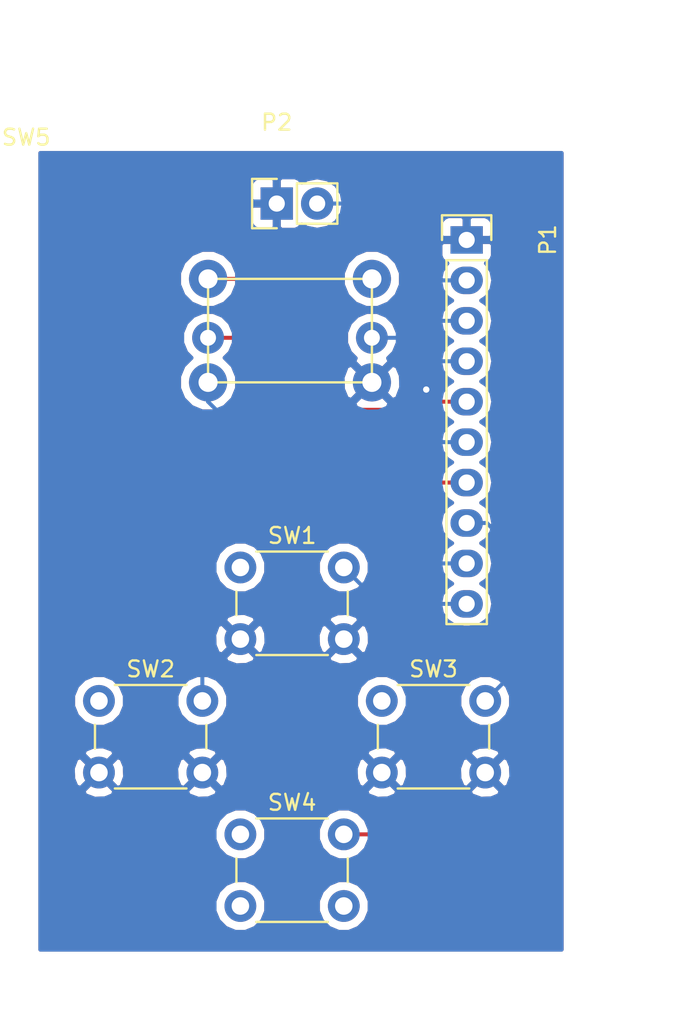
<source format=kicad_pcb>
(kicad_pcb (version 4) (host pcbnew 4.0.4-stable)

  (general
    (links 22)
    (no_connects 5)
    (area 142.294191 85.385 177.900001 145.697)
    (thickness 1.6)
    (drawings 6)
    (tracks 43)
    (zones 0)
    (modules 7)
    (nets 12)
  )

  (page A4)
  (layers
    (0 F.Cu signal)
    (31 B.Cu signal)
    (32 B.Adhes user)
    (33 F.Adhes user)
    (34 B.Paste user)
    (35 F.Paste user)
    (36 B.SilkS user)
    (37 F.SilkS user)
    (38 B.Mask user)
    (39 F.Mask user)
    (40 Dwgs.User user)
    (41 Cmts.User user)
    (42 Eco1.User user)
    (43 Eco2.User user)
    (44 Edge.Cuts user)
    (45 Margin user)
    (46 B.CrtYd user)
    (47 F.CrtYd user)
    (48 B.Fab user)
    (49 F.Fab user)
  )

  (setup
    (last_trace_width 0.25)
    (trace_clearance 0.2)
    (zone_clearance 0.5)
    (zone_45_only no)
    (trace_min 0.2)
    (segment_width 0.2)
    (edge_width 0.15)
    (via_size 0.6)
    (via_drill 0.4)
    (via_min_size 0.4)
    (via_min_drill 0.3)
    (uvia_size 0.3)
    (uvia_drill 0.1)
    (uvias_allowed no)
    (uvia_min_size 0.2)
    (uvia_min_drill 0.1)
    (pcb_text_width 0.3)
    (pcb_text_size 1.5 1.5)
    (mod_edge_width 0.15)
    (mod_text_size 1 1)
    (mod_text_width 0.15)
    (pad_size 1.524 1.524)
    (pad_drill 0.762)
    (pad_to_mask_clearance 0.2)
    (aux_axis_origin 0 0)
    (grid_origin 182.118 95.758)
    (visible_elements FFFFFF7F)
    (pcbplotparams
      (layerselection 0x00030_80000001)
      (usegerberextensions false)
      (excludeedgelayer true)
      (linewidth 0.100000)
      (plotframeref false)
      (viasonmask false)
      (mode 1)
      (useauxorigin false)
      (hpglpennumber 1)
      (hpglpenspeed 20)
      (hpglpendiameter 15)
      (hpglpenoverlay 2)
      (psnegative false)
      (psa4output false)
      (plotreference true)
      (plotvalue true)
      (plotinvisibletext false)
      (padsonsilk false)
      (subtractmaskfromsilk false)
      (outputformat 1)
      (mirror false)
      (drillshape 1)
      (scaleselection 1)
      (outputdirectory ""))
  )

  (net 0 "")
  (net 1 GND)
  (net 2 "Net-(P1-Pad2)")
  (net 3 "Net-(P1-Pad3)")
  (net 4 "Net-(P1-Pad4)")
  (net 5 "Net-(P1-Pad5)")
  (net 6 "Net-(P1-Pad6)")
  (net 7 "Net-(P1-Pad7)")
  (net 8 "Net-(P1-Pad8)")
  (net 9 "Net-(P1-Pad9)")
  (net 10 "Net-(P1-Pad10)")
  (net 11 "Net-(SW4-Pad2)")

  (net_class Default "Esta es la clase de red por defecto."
    (clearance 0.2)
    (trace_width 0.25)
    (via_dia 0.6)
    (via_drill 0.4)
    (uvia_dia 0.3)
    (uvia_drill 0.1)
    (add_net GND)
    (add_net "Net-(P1-Pad10)")
    (add_net "Net-(P1-Pad2)")
    (add_net "Net-(P1-Pad3)")
    (add_net "Net-(P1-Pad4)")
    (add_net "Net-(P1-Pad5)")
    (add_net "Net-(P1-Pad6)")
    (add_net "Net-(P1-Pad7)")
    (add_net "Net-(P1-Pad8)")
    (add_net "Net-(P1-Pad9)")
    (add_net "Net-(SW4-Pad2)")
  )

  (module Socket_Strips:Socket_Strip_Straight_1x10 (layer F.Cu) (tedit 0) (tstamp 588BA19E)
    (at 171.704 100.584 270)
    (descr "Through hole socket strip")
    (tags "socket strip")
    (path /588B9B65)
    (fp_text reference P1 (at 0 -5.1 270) (layer F.SilkS)
      (effects (font (size 1 1) (thickness 0.15)))
    )
    (fp_text value Header (at 0 -3.1 270) (layer F.Fab)
      (effects (font (size 1 1) (thickness 0.15)))
    )
    (fp_line (start -1.75 -1.75) (end -1.75 1.75) (layer F.CrtYd) (width 0.05))
    (fp_line (start 24.65 -1.75) (end 24.65 1.75) (layer F.CrtYd) (width 0.05))
    (fp_line (start -1.75 -1.75) (end 24.65 -1.75) (layer F.CrtYd) (width 0.05))
    (fp_line (start -1.75 1.75) (end 24.65 1.75) (layer F.CrtYd) (width 0.05))
    (fp_line (start 1.27 1.27) (end 24.13 1.27) (layer F.SilkS) (width 0.15))
    (fp_line (start 24.13 1.27) (end 24.13 -1.27) (layer F.SilkS) (width 0.15))
    (fp_line (start 24.13 -1.27) (end 1.27 -1.27) (layer F.SilkS) (width 0.15))
    (fp_line (start -1.55 1.55) (end 0 1.55) (layer F.SilkS) (width 0.15))
    (fp_line (start 1.27 1.27) (end 1.27 -1.27) (layer F.SilkS) (width 0.15))
    (fp_line (start 0 -1.55) (end -1.55 -1.55) (layer F.SilkS) (width 0.15))
    (fp_line (start -1.55 -1.55) (end -1.55 1.55) (layer F.SilkS) (width 0.15))
    (pad 1 thru_hole rect (at 0 0 270) (size 1.7272 2.032) (drill 1.016) (layers *.Cu *.Mask)
      (net 1 GND))
    (pad 2 thru_hole oval (at 2.54 0 270) (size 1.7272 2.032) (drill 1.016) (layers *.Cu *.Mask)
      (net 2 "Net-(P1-Pad2)"))
    (pad 3 thru_hole oval (at 5.08 0 270) (size 1.7272 2.032) (drill 1.016) (layers *.Cu *.Mask)
      (net 3 "Net-(P1-Pad3)"))
    (pad 4 thru_hole oval (at 7.62 0 270) (size 1.7272 2.032) (drill 1.016) (layers *.Cu *.Mask)
      (net 4 "Net-(P1-Pad4)"))
    (pad 5 thru_hole oval (at 10.16 0 270) (size 1.7272 2.032) (drill 1.016) (layers *.Cu *.Mask)
      (net 5 "Net-(P1-Pad5)"))
    (pad 6 thru_hole oval (at 12.7 0 270) (size 1.7272 2.032) (drill 1.016) (layers *.Cu *.Mask)
      (net 6 "Net-(P1-Pad6)"))
    (pad 7 thru_hole oval (at 15.24 0 270) (size 1.7272 2.032) (drill 1.016) (layers *.Cu *.Mask)
      (net 7 "Net-(P1-Pad7)"))
    (pad 8 thru_hole oval (at 17.78 0 270) (size 1.7272 2.032) (drill 1.016) (layers *.Cu *.Mask)
      (net 8 "Net-(P1-Pad8)"))
    (pad 9 thru_hole oval (at 20.32 0 270) (size 1.7272 2.032) (drill 1.016) (layers *.Cu *.Mask)
      (net 9 "Net-(P1-Pad9)"))
    (pad 10 thru_hole oval (at 22.86 0 270) (size 1.7272 2.032) (drill 1.016) (layers *.Cu *.Mask)
      (net 10 "Net-(P1-Pad10)"))
    (model Socket_Strips.3dshapes/Socket_Strip_Straight_1x10.wrl
      (at (xyz 0.45 0 0))
      (scale (xyz 1 1 1))
      (rotate (xyz 0 0 180))
    )
  )

  (module Socket_Strips:Socket_Strip_Straight_1x02 (layer F.Cu) (tedit 54E9F75E) (tstamp 588BA1A4)
    (at 159.766 98.298)
    (descr "Through hole socket strip")
    (tags "socket strip")
    (path /588BA38C)
    (fp_text reference P2 (at 0 -5.1) (layer F.SilkS)
      (effects (font (size 1 1) (thickness 0.15)))
    )
    (fp_text value CONN_01X02 (at 0 -3.1) (layer F.Fab)
      (effects (font (size 1 1) (thickness 0.15)))
    )
    (fp_line (start -1.55 1.55) (end 0 1.55) (layer F.SilkS) (width 0.15))
    (fp_line (start 3.81 1.27) (end 1.27 1.27) (layer F.SilkS) (width 0.15))
    (fp_line (start -1.75 -1.75) (end -1.75 1.75) (layer F.CrtYd) (width 0.05))
    (fp_line (start 4.3 -1.75) (end 4.3 1.75) (layer F.CrtYd) (width 0.05))
    (fp_line (start -1.75 -1.75) (end 4.3 -1.75) (layer F.CrtYd) (width 0.05))
    (fp_line (start -1.75 1.75) (end 4.3 1.75) (layer F.CrtYd) (width 0.05))
    (fp_line (start 1.27 1.27) (end 1.27 -1.27) (layer F.SilkS) (width 0.15))
    (fp_line (start 0 -1.55) (end -1.55 -1.55) (layer F.SilkS) (width 0.15))
    (fp_line (start -1.55 -1.55) (end -1.55 1.55) (layer F.SilkS) (width 0.15))
    (fp_line (start 1.27 -1.27) (end 3.81 -1.27) (layer F.SilkS) (width 0.15))
    (fp_line (start 3.81 -1.27) (end 3.81 1.27) (layer F.SilkS) (width 0.15))
    (pad 1 thru_hole rect (at 0 0) (size 2.032 2.032) (drill 1.016) (layers *.Cu *.Mask)
      (net 1 GND))
    (pad 2 thru_hole oval (at 2.54 0) (size 2.032 2.032) (drill 1.016) (layers *.Cu *.Mask)
      (net 2 "Net-(P1-Pad2)"))
    (model Socket_Strips.3dshapes/Socket_Strip_Straight_1x02.wrl
      (at (xyz 0.05 0 0))
      (scale (xyz 1 1 1))
      (rotate (xyz 0 0 180))
    )
  )

  (module Buttons_Switches_ThroughHole:SW_PUSH_6mm (layer F.Cu) (tedit 58134C96) (tstamp 588BA1AC)
    (at 157.48 121.158)
    (descr https://www.omron.com/ecb/products/pdf/en-b3f.pdf)
    (tags "tact sw push 6mm")
    (path /588B9CA5)
    (fp_text reference SW1 (at 3.25 -2) (layer F.SilkS)
      (effects (font (size 1 1) (thickness 0.15)))
    )
    (fp_text value SW_PUSH (at 3.75 6.7) (layer F.Fab)
      (effects (font (size 1 1) (thickness 0.15)))
    )
    (fp_line (start 3.25 -0.75) (end 6.25 -0.75) (layer F.Fab) (width 0.1))
    (fp_line (start 6.25 -0.75) (end 6.25 5.25) (layer F.Fab) (width 0.1))
    (fp_line (start 6.25 5.25) (end 0.25 5.25) (layer F.Fab) (width 0.1))
    (fp_line (start 0.25 5.25) (end 0.25 -0.75) (layer F.Fab) (width 0.1))
    (fp_line (start 0.25 -0.75) (end 3.25 -0.75) (layer F.Fab) (width 0.1))
    (fp_line (start 7.75 6) (end 8 6) (layer F.CrtYd) (width 0.05))
    (fp_line (start 8 6) (end 8 5.75) (layer F.CrtYd) (width 0.05))
    (fp_line (start 7.75 -1.5) (end 8 -1.5) (layer F.CrtYd) (width 0.05))
    (fp_line (start 8 -1.5) (end 8 -1.25) (layer F.CrtYd) (width 0.05))
    (fp_line (start -1.5 -1.25) (end -1.5 -1.5) (layer F.CrtYd) (width 0.05))
    (fp_line (start -1.5 -1.5) (end -1.25 -1.5) (layer F.CrtYd) (width 0.05))
    (fp_line (start -1.5 5.75) (end -1.5 6) (layer F.CrtYd) (width 0.05))
    (fp_line (start -1.5 6) (end -1.25 6) (layer F.CrtYd) (width 0.05))
    (fp_line (start -1.25 -1.5) (end 7.75 -1.5) (layer F.CrtYd) (width 0.05))
    (fp_line (start -1.5 5.75) (end -1.5 -1.25) (layer F.CrtYd) (width 0.05))
    (fp_line (start 7.75 6) (end -1.25 6) (layer F.CrtYd) (width 0.05))
    (fp_line (start 8 -1.25) (end 8 5.75) (layer F.CrtYd) (width 0.05))
    (fp_line (start 1 5.5) (end 5.5 5.5) (layer F.SilkS) (width 0.15))
    (fp_line (start -0.25 1.5) (end -0.25 3) (layer F.SilkS) (width 0.15))
    (fp_line (start 5.5 -1) (end 1 -1) (layer F.SilkS) (width 0.15))
    (fp_line (start 6.75 3) (end 6.75 1.5) (layer F.SilkS) (width 0.15))
    (fp_circle (center 3.25 2.25) (end 1.25 2.5) (layer F.Fab) (width 0.1))
    (pad 2 thru_hole circle (at 0 4.5 90) (size 2 2) (drill 1.1) (layers *.Cu *.Mask)
      (net 1 GND))
    (pad 1 thru_hole circle (at 0 0 90) (size 2 2) (drill 1.1) (layers *.Cu *.Mask)
      (net 10 "Net-(P1-Pad10)"))
    (pad 2 thru_hole circle (at 6.5 4.5 90) (size 2 2) (drill 1.1) (layers *.Cu *.Mask)
      (net 1 GND))
    (pad 1 thru_hole circle (at 6.5 0 90) (size 2 2) (drill 1.1) (layers *.Cu *.Mask)
      (net 10 "Net-(P1-Pad10)"))
    (model Buttons_Switches_ThroughHole.3dshapes/SW_PUSH_6mm.wrl
      (at (xyz 0.005 0 0))
      (scale (xyz 0.3937 0.3937 0.3937))
      (rotate (xyz 0 0 0))
    )
  )

  (module Buttons_Switches_ThroughHole:SW_PUSH_6mm (layer F.Cu) (tedit 58134C96) (tstamp 588BA1B4)
    (at 148.59 129.54)
    (descr https://www.omron.com/ecb/products/pdf/en-b3f.pdf)
    (tags "tact sw push 6mm")
    (path /588B9D5A)
    (fp_text reference SW2 (at 3.25 -2) (layer F.SilkS)
      (effects (font (size 1 1) (thickness 0.15)))
    )
    (fp_text value SW_PUSH (at 3.75 6.7) (layer F.Fab)
      (effects (font (size 1 1) (thickness 0.15)))
    )
    (fp_line (start 3.25 -0.75) (end 6.25 -0.75) (layer F.Fab) (width 0.1))
    (fp_line (start 6.25 -0.75) (end 6.25 5.25) (layer F.Fab) (width 0.1))
    (fp_line (start 6.25 5.25) (end 0.25 5.25) (layer F.Fab) (width 0.1))
    (fp_line (start 0.25 5.25) (end 0.25 -0.75) (layer F.Fab) (width 0.1))
    (fp_line (start 0.25 -0.75) (end 3.25 -0.75) (layer F.Fab) (width 0.1))
    (fp_line (start 7.75 6) (end 8 6) (layer F.CrtYd) (width 0.05))
    (fp_line (start 8 6) (end 8 5.75) (layer F.CrtYd) (width 0.05))
    (fp_line (start 7.75 -1.5) (end 8 -1.5) (layer F.CrtYd) (width 0.05))
    (fp_line (start 8 -1.5) (end 8 -1.25) (layer F.CrtYd) (width 0.05))
    (fp_line (start -1.5 -1.25) (end -1.5 -1.5) (layer F.CrtYd) (width 0.05))
    (fp_line (start -1.5 -1.5) (end -1.25 -1.5) (layer F.CrtYd) (width 0.05))
    (fp_line (start -1.5 5.75) (end -1.5 6) (layer F.CrtYd) (width 0.05))
    (fp_line (start -1.5 6) (end -1.25 6) (layer F.CrtYd) (width 0.05))
    (fp_line (start -1.25 -1.5) (end 7.75 -1.5) (layer F.CrtYd) (width 0.05))
    (fp_line (start -1.5 5.75) (end -1.5 -1.25) (layer F.CrtYd) (width 0.05))
    (fp_line (start 7.75 6) (end -1.25 6) (layer F.CrtYd) (width 0.05))
    (fp_line (start 8 -1.25) (end 8 5.75) (layer F.CrtYd) (width 0.05))
    (fp_line (start 1 5.5) (end 5.5 5.5) (layer F.SilkS) (width 0.15))
    (fp_line (start -0.25 1.5) (end -0.25 3) (layer F.SilkS) (width 0.15))
    (fp_line (start 5.5 -1) (end 1 -1) (layer F.SilkS) (width 0.15))
    (fp_line (start 6.75 3) (end 6.75 1.5) (layer F.SilkS) (width 0.15))
    (fp_circle (center 3.25 2.25) (end 1.25 2.5) (layer F.Fab) (width 0.1))
    (pad 2 thru_hole circle (at 0 4.5 90) (size 2 2) (drill 1.1) (layers *.Cu *.Mask)
      (net 1 GND))
    (pad 1 thru_hole circle (at 0 0 90) (size 2 2) (drill 1.1) (layers *.Cu *.Mask)
      (net 9 "Net-(P1-Pad9)"))
    (pad 2 thru_hole circle (at 6.5 4.5 90) (size 2 2) (drill 1.1) (layers *.Cu *.Mask)
      (net 1 GND))
    (pad 1 thru_hole circle (at 6.5 0 90) (size 2 2) (drill 1.1) (layers *.Cu *.Mask)
      (net 9 "Net-(P1-Pad9)"))
    (model Buttons_Switches_ThroughHole.3dshapes/SW_PUSH_6mm.wrl
      (at (xyz 0.005 0 0))
      (scale (xyz 0.3937 0.3937 0.3937))
      (rotate (xyz 0 0 0))
    )
  )

  (module Buttons_Switches_ThroughHole:SW_PUSH_6mm (layer F.Cu) (tedit 58134C96) (tstamp 588BA1BC)
    (at 166.37 129.54)
    (descr https://www.omron.com/ecb/products/pdf/en-b3f.pdf)
    (tags "tact sw push 6mm")
    (path /588B9D8D)
    (fp_text reference SW3 (at 3.25 -2) (layer F.SilkS)
      (effects (font (size 1 1) (thickness 0.15)))
    )
    (fp_text value SW_PUSH (at 3.75 6.7) (layer F.Fab)
      (effects (font (size 1 1) (thickness 0.15)))
    )
    (fp_line (start 3.25 -0.75) (end 6.25 -0.75) (layer F.Fab) (width 0.1))
    (fp_line (start 6.25 -0.75) (end 6.25 5.25) (layer F.Fab) (width 0.1))
    (fp_line (start 6.25 5.25) (end 0.25 5.25) (layer F.Fab) (width 0.1))
    (fp_line (start 0.25 5.25) (end 0.25 -0.75) (layer F.Fab) (width 0.1))
    (fp_line (start 0.25 -0.75) (end 3.25 -0.75) (layer F.Fab) (width 0.1))
    (fp_line (start 7.75 6) (end 8 6) (layer F.CrtYd) (width 0.05))
    (fp_line (start 8 6) (end 8 5.75) (layer F.CrtYd) (width 0.05))
    (fp_line (start 7.75 -1.5) (end 8 -1.5) (layer F.CrtYd) (width 0.05))
    (fp_line (start 8 -1.5) (end 8 -1.25) (layer F.CrtYd) (width 0.05))
    (fp_line (start -1.5 -1.25) (end -1.5 -1.5) (layer F.CrtYd) (width 0.05))
    (fp_line (start -1.5 -1.5) (end -1.25 -1.5) (layer F.CrtYd) (width 0.05))
    (fp_line (start -1.5 5.75) (end -1.5 6) (layer F.CrtYd) (width 0.05))
    (fp_line (start -1.5 6) (end -1.25 6) (layer F.CrtYd) (width 0.05))
    (fp_line (start -1.25 -1.5) (end 7.75 -1.5) (layer F.CrtYd) (width 0.05))
    (fp_line (start -1.5 5.75) (end -1.5 -1.25) (layer F.CrtYd) (width 0.05))
    (fp_line (start 7.75 6) (end -1.25 6) (layer F.CrtYd) (width 0.05))
    (fp_line (start 8 -1.25) (end 8 5.75) (layer F.CrtYd) (width 0.05))
    (fp_line (start 1 5.5) (end 5.5 5.5) (layer F.SilkS) (width 0.15))
    (fp_line (start -0.25 1.5) (end -0.25 3) (layer F.SilkS) (width 0.15))
    (fp_line (start 5.5 -1) (end 1 -1) (layer F.SilkS) (width 0.15))
    (fp_line (start 6.75 3) (end 6.75 1.5) (layer F.SilkS) (width 0.15))
    (fp_circle (center 3.25 2.25) (end 1.25 2.5) (layer F.Fab) (width 0.1))
    (pad 2 thru_hole circle (at 0 4.5 90) (size 2 2) (drill 1.1) (layers *.Cu *.Mask)
      (net 1 GND))
    (pad 1 thru_hole circle (at 0 0 90) (size 2 2) (drill 1.1) (layers *.Cu *.Mask)
      (net 8 "Net-(P1-Pad8)"))
    (pad 2 thru_hole circle (at 6.5 4.5 90) (size 2 2) (drill 1.1) (layers *.Cu *.Mask)
      (net 1 GND))
    (pad 1 thru_hole circle (at 6.5 0 90) (size 2 2) (drill 1.1) (layers *.Cu *.Mask)
      (net 8 "Net-(P1-Pad8)"))
    (model Buttons_Switches_ThroughHole.3dshapes/SW_PUSH_6mm.wrl
      (at (xyz 0.005 0 0))
      (scale (xyz 0.3937 0.3937 0.3937))
      (rotate (xyz 0 0 0))
    )
  )

  (module Buttons_Switches_ThroughHole:SW_PUSH_6mm (layer F.Cu) (tedit 58134C96) (tstamp 588BA1C4)
    (at 157.48 137.922)
    (descr https://www.omron.com/ecb/products/pdf/en-b3f.pdf)
    (tags "tact sw push 6mm")
    (path /588B9DAF)
    (fp_text reference SW4 (at 3.25 -2) (layer F.SilkS)
      (effects (font (size 1 1) (thickness 0.15)))
    )
    (fp_text value SW_PUSH (at 3.75 6.7) (layer F.Fab)
      (effects (font (size 1 1) (thickness 0.15)))
    )
    (fp_line (start 3.25 -0.75) (end 6.25 -0.75) (layer F.Fab) (width 0.1))
    (fp_line (start 6.25 -0.75) (end 6.25 5.25) (layer F.Fab) (width 0.1))
    (fp_line (start 6.25 5.25) (end 0.25 5.25) (layer F.Fab) (width 0.1))
    (fp_line (start 0.25 5.25) (end 0.25 -0.75) (layer F.Fab) (width 0.1))
    (fp_line (start 0.25 -0.75) (end 3.25 -0.75) (layer F.Fab) (width 0.1))
    (fp_line (start 7.75 6) (end 8 6) (layer F.CrtYd) (width 0.05))
    (fp_line (start 8 6) (end 8 5.75) (layer F.CrtYd) (width 0.05))
    (fp_line (start 7.75 -1.5) (end 8 -1.5) (layer F.CrtYd) (width 0.05))
    (fp_line (start 8 -1.5) (end 8 -1.25) (layer F.CrtYd) (width 0.05))
    (fp_line (start -1.5 -1.25) (end -1.5 -1.5) (layer F.CrtYd) (width 0.05))
    (fp_line (start -1.5 -1.5) (end -1.25 -1.5) (layer F.CrtYd) (width 0.05))
    (fp_line (start -1.5 5.75) (end -1.5 6) (layer F.CrtYd) (width 0.05))
    (fp_line (start -1.5 6) (end -1.25 6) (layer F.CrtYd) (width 0.05))
    (fp_line (start -1.25 -1.5) (end 7.75 -1.5) (layer F.CrtYd) (width 0.05))
    (fp_line (start -1.5 5.75) (end -1.5 -1.25) (layer F.CrtYd) (width 0.05))
    (fp_line (start 7.75 6) (end -1.25 6) (layer F.CrtYd) (width 0.05))
    (fp_line (start 8 -1.25) (end 8 5.75) (layer F.CrtYd) (width 0.05))
    (fp_line (start 1 5.5) (end 5.5 5.5) (layer F.SilkS) (width 0.15))
    (fp_line (start -0.25 1.5) (end -0.25 3) (layer F.SilkS) (width 0.15))
    (fp_line (start 5.5 -1) (end 1 -1) (layer F.SilkS) (width 0.15))
    (fp_line (start 6.75 3) (end 6.75 1.5) (layer F.SilkS) (width 0.15))
    (fp_circle (center 3.25 2.25) (end 1.25 2.5) (layer F.Fab) (width 0.1))
    (pad 2 thru_hole circle (at 0 4.5 90) (size 2 2) (drill 1.1) (layers *.Cu *.Mask)
      (net 11 "Net-(SW4-Pad2)"))
    (pad 1 thru_hole circle (at 0 0 90) (size 2 2) (drill 1.1) (layers *.Cu *.Mask)
      (net 7 "Net-(P1-Pad7)"))
    (pad 2 thru_hole circle (at 6.5 4.5 90) (size 2 2) (drill 1.1) (layers *.Cu *.Mask)
      (net 11 "Net-(SW4-Pad2)"))
    (pad 1 thru_hole circle (at 6.5 0 90) (size 2 2) (drill 1.1) (layers *.Cu *.Mask)
      (net 7 "Net-(P1-Pad7)"))
    (model Buttons_Switches_ThroughHole.3dshapes/SW_PUSH_6mm.wrl
      (at (xyz 0.005 0 0))
      (scale (xyz 0.3937 0.3937 0.3937))
      (rotate (xyz 0 0 0))
    )
  )

  (module footprints:ALPS_SKQUAAA010 (layer F.Cu) (tedit 588BA6C1) (tstamp 588BA1CE)
    (at 155.448 103.03)
    (path /588BA1ED)
    (fp_text reference SW5 (at -11.43 -8.89) (layer F.SilkS)
      (effects (font (size 1 1) (thickness 0.15)))
    )
    (fp_text value ALPS_SKQUAAA010 (at 1.27 -16.67) (layer F.Fab)
      (effects (font (size 1 1) (thickness 0.15)))
    )
    (fp_line (start 0 0) (end 10.3 0) (layer F.SilkS) (width 0.15))
    (fp_line (start 10.3 0) (end 10.3 6.5) (layer F.SilkS) (width 0.15))
    (fp_line (start 10.3 6.5) (end 0 6.5) (layer F.SilkS) (width 0.15))
    (fp_line (start 0 6.5) (end 0 0) (layer F.SilkS) (width 0.15))
    (pad 1 thru_hole circle (at 0 0) (size 2.4 2.4) (drill 1.2) (layers *.Cu *.Mask)
      (net 6 "Net-(P1-Pad6)"))
    (pad 6 thru_hole circle (at 10.3 0) (size 2.4 2.4) (drill 1.2) (layers *.Cu *.Mask))
    (pad 4 thru_hole circle (at 10.3 6.5) (size 2.4 2.4) (drill 1.2) (layers *.Cu *.Mask)
      (net 1 GND))
    (pad 3 thru_hole circle (at 0 6.5) (size 2.4 2.4) (drill 1.2) (layers *.Cu *.Mask)
      (net 4 "Net-(P1-Pad4)"))
    (pad 2 thru_hole circle (at 0 3.7) (size 2 2) (drill 1) (layers *.Cu *.Mask)
      (net 5 "Net-(P1-Pad5)"))
    (pad 5 thru_hole circle (at 10.3 3.7) (size 2 2) (drill 1) (layers *.Cu *.Mask)
      (net 3 "Net-(P1-Pad3)"))
  )

  (dimension 33.02 (width 0.3) (layer Dwgs.User)
    (gr_text "33.020 mm" (at 161.29 150.448) (layer Dwgs.User)
      (effects (font (size 1.5 1.5) (thickness 0.3)))
    )
    (feature1 (pts (xy 177.8 145.288) (xy 177.8 151.798)))
    (feature2 (pts (xy 144.78 145.288) (xy 144.78 151.798)))
    (crossbar (pts (xy 144.78 149.098) (xy 177.8 149.098)))
    (arrow1a (pts (xy 177.8 149.098) (xy 176.673496 149.684421)))
    (arrow1b (pts (xy 177.8 149.098) (xy 176.673496 148.511579)))
    (arrow2a (pts (xy 144.78 149.098) (xy 145.906504 149.684421)))
    (arrow2b (pts (xy 144.78 149.098) (xy 145.906504 148.511579)))
  )
  (dimension 50.292 (width 0.3) (layer Dwgs.User)
    (gr_text "50.292 mm" (at 182.198 120.142 270) (layer Dwgs.User)
      (effects (font (size 1.5 1.5) (thickness 0.3)))
    )
    (feature1 (pts (xy 177.8 145.288) (xy 183.548 145.288)))
    (feature2 (pts (xy 177.8 94.996) (xy 183.548 94.996)))
    (crossbar (pts (xy 180.848 94.996) (xy 180.848 145.288)))
    (arrow1a (pts (xy 180.848 145.288) (xy 180.261579 144.161496)))
    (arrow1b (pts (xy 180.848 145.288) (xy 181.434421 144.161496)))
    (arrow2a (pts (xy 180.848 94.996) (xy 180.261579 96.122504)))
    (arrow2b (pts (xy 180.848 94.996) (xy 181.434421 96.122504)))
  )
  (gr_line (start 144.78 145.288) (end 177.8 145.288) (angle 90) (layer Margin) (width 0.2))
  (gr_line (start 144.78 94.996) (end 144.78 145.288) (angle 90) (layer Margin) (width 0.2))
  (gr_line (start 177.8 94.996) (end 177.8 145.288) (angle 90) (layer Margin) (width 0.2))
  (gr_line (start 144.78 94.996) (end 177.8 94.996) (angle 90) (layer Margin) (width 0.2))

  (segment (start 162.306 98.298) (end 165.354 98.298) (width 0.25) (layer B.Cu) (net 2) (status 400000))
  (segment (start 170.18 103.124) (end 171.704 103.124) (width 0.25) (layer B.Cu) (net 2) (tstamp 588BA8E5) (status 800000))
  (segment (start 165.354 98.298) (end 170.18 103.124) (width 0.25) (layer B.Cu) (net 2) (tstamp 588BA8E2))
  (segment (start 171.704 105.664) (end 168.91 105.664) (width 0.25) (layer B.Cu) (net 3) (status 400000))
  (segment (start 167.844 106.73) (end 165.748 106.73) (width 0.25) (layer B.Cu) (net 3) (tstamp 588BA8F2) (status 800000))
  (segment (start 168.91 105.664) (end 167.844 106.73) (width 0.25) (layer B.Cu) (net 3) (tstamp 588BA8EE))
  (segment (start 171.704 108.204) (end 169.926 108.204) (width 0.25) (layer B.Cu) (net 4) (status 400000))
  (segment (start 155.448 110.744) (end 155.448 109.53) (width 0.25) (layer B.Cu) (net 4) (tstamp 588BA904) (status 800000))
  (segment (start 156.972 112.268) (end 155.448 110.744) (width 0.25) (layer B.Cu) (net 4) (tstamp 588BA901))
  (segment (start 167.132 112.268) (end 156.972 112.268) (width 0.25) (layer B.Cu) (net 4) (tstamp 588BA8FF))
  (segment (start 168.148 111.252) (end 167.132 112.268) (width 0.25) (layer B.Cu) (net 4) (tstamp 588BA8FC))
  (segment (start 168.148 109.982) (end 168.148 111.252) (width 0.25) (layer B.Cu) (net 4) (tstamp 588BA8FA))
  (segment (start 169.926 108.204) (end 168.148 109.982) (width 0.25) (layer B.Cu) (net 4) (tstamp 588BA8F6))
  (segment (start 171.704 110.744) (end 167.386 110.744) (width 0.25) (layer F.Cu) (net 5) (status 400000))
  (segment (start 157.784 106.73) (end 155.448 106.73) (width 0.25) (layer F.Cu) (net 5) (tstamp 588BA91A) (status 800000))
  (segment (start 162.306 111.252) (end 157.784 106.73) (width 0.25) (layer F.Cu) (net 5) (tstamp 588BA910))
  (segment (start 166.878 111.252) (end 162.306 111.252) (width 0.25) (layer F.Cu) (net 5) (tstamp 588BA90F))
  (segment (start 167.386 110.744) (end 166.878 111.252) (width 0.25) (layer F.Cu) (net 5) (tstamp 588BA90D))
  (segment (start 155.448 103.03) (end 162.212 103.03) (width 0.25) (layer F.Cu) (net 6) (status 400000))
  (segment (start 170.18 113.284) (end 171.704 113.284) (width 0.25) (layer B.Cu) (net 6) (tstamp 588BA932) (status 800000))
  (segment (start 169.164 112.268) (end 170.18 113.284) (width 0.25) (layer B.Cu) (net 6) (tstamp 588BA92F))
  (segment (start 169.164 109.982) (end 169.164 112.268) (width 0.25) (layer B.Cu) (net 6) (tstamp 588BA92E))
  (via (at 169.164 109.982) (size 0.6) (drill 0.4) (layers F.Cu B.Cu) (net 6))
  (segment (start 169.164 106.426) (end 169.164 109.982) (width 0.25) (layer F.Cu) (net 6) (tstamp 588BA925))
  (segment (start 167.64 104.902) (end 169.164 106.426) (width 0.25) (layer F.Cu) (net 6) (tstamp 588BA924))
  (segment (start 164.084 104.902) (end 167.64 104.902) (width 0.25) (layer F.Cu) (net 6) (tstamp 588BA920))
  (segment (start 162.212 103.03) (end 164.084 104.902) (width 0.25) (layer F.Cu) (net 6) (tstamp 588BA91E))
  (segment (start 171.704 115.824) (end 169.672 115.824) (width 0.25) (layer F.Cu) (net 7) (status 400000))
  (segment (start 166.116 137.922) (end 163.98 137.922) (width 0.25) (layer F.Cu) (net 7) (tstamp 588BA960) (status 800000))
  (segment (start 168.402 135.636) (end 166.116 137.922) (width 0.25) (layer F.Cu) (net 7) (tstamp 588BA95E))
  (segment (start 168.402 117.094) (end 168.402 135.636) (width 0.25) (layer F.Cu) (net 7) (tstamp 588BA95A))
  (segment (start 169.672 115.824) (end 168.402 117.094) (width 0.25) (layer F.Cu) (net 7) (tstamp 588BA958))
  (segment (start 171.704 118.364) (end 172.974 118.364) (width 0.25) (layer B.Cu) (net 8) (status 400000))
  (segment (start 174.752 127.658) (end 172.87 129.54) (width 0.25) (layer B.Cu) (net 8) (tstamp 588BA946) (status 800000))
  (segment (start 174.752 120.142) (end 174.752 127.658) (width 0.25) (layer B.Cu) (net 8) (tstamp 588BA944))
  (segment (start 172.974 118.364) (end 174.752 120.142) (width 0.25) (layer B.Cu) (net 8) (tstamp 588BA942))
  (segment (start 171.704 120.904) (end 167.64 120.904) (width 0.25) (layer B.Cu) (net 9) (status 400000))
  (segment (start 155.09 120.246) (end 155.09 129.54) (width 0.25) (layer B.Cu) (net 9) (tstamp 588BA954) (status 800000))
  (segment (start 156.21 119.126) (end 155.09 120.246) (width 0.25) (layer B.Cu) (net 9) (tstamp 588BA951))
  (segment (start 165.862 119.126) (end 156.21 119.126) (width 0.25) (layer B.Cu) (net 9) (tstamp 588BA94F))
  (segment (start 167.64 120.904) (end 165.862 119.126) (width 0.25) (layer B.Cu) (net 9) (tstamp 588BA94C))
  (segment (start 171.704 123.444) (end 166.266 123.444) (width 0.25) (layer B.Cu) (net 10) (status 400000))
  (segment (start 166.266 123.444) (end 163.98 121.158) (width 0.25) (layer B.Cu) (net 10) (tstamp 588BA93C) (status 800000))

  (zone (net 1) (net_name GND) (layer B.Cu) (tstamp 588BA7CF) (hatch edge 0.508)
    (connect_pads (clearance 0.5))
    (min_thickness 0.254)
    (fill yes (arc_segments 16) (thermal_gap 0.508) (thermal_bridge_width 0.508))
    (polygon
      (pts
        (xy 144.78 94.996) (xy 177.8 94.996) (xy 177.8 145.288) (xy 144.78 145.288)
      )
    )
    (filled_polygon
      (pts
        (xy 177.673 145.161) (xy 144.907 145.161) (xy 144.907 142.744211) (xy 155.852718 142.744211) (xy 156.099892 143.342418)
        (xy 156.557175 143.800499) (xy 157.15495 144.048717) (xy 157.802211 144.049282) (xy 158.400418 143.802108) (xy 158.858499 143.344825)
        (xy 159.106717 142.74705) (xy 159.106719 142.744211) (xy 162.352718 142.744211) (xy 162.599892 143.342418) (xy 163.057175 143.800499)
        (xy 163.65495 144.048717) (xy 164.302211 144.049282) (xy 164.900418 143.802108) (xy 165.358499 143.344825) (xy 165.606717 142.74705)
        (xy 165.607282 142.099789) (xy 165.360108 141.501582) (xy 164.902825 141.043501) (xy 164.30505 140.795283) (xy 163.657789 140.794718)
        (xy 163.059582 141.041892) (xy 162.601501 141.499175) (xy 162.353283 142.09695) (xy 162.352718 142.744211) (xy 159.106719 142.744211)
        (xy 159.107282 142.099789) (xy 158.860108 141.501582) (xy 158.402825 141.043501) (xy 157.80505 140.795283) (xy 157.157789 140.794718)
        (xy 156.559582 141.041892) (xy 156.101501 141.499175) (xy 155.853283 142.09695) (xy 155.852718 142.744211) (xy 144.907 142.744211)
        (xy 144.907 138.244211) (xy 155.852718 138.244211) (xy 156.099892 138.842418) (xy 156.557175 139.300499) (xy 157.15495 139.548717)
        (xy 157.802211 139.549282) (xy 158.400418 139.302108) (xy 158.858499 138.844825) (xy 159.106717 138.24705) (xy 159.106719 138.244211)
        (xy 162.352718 138.244211) (xy 162.599892 138.842418) (xy 163.057175 139.300499) (xy 163.65495 139.548717) (xy 164.302211 139.549282)
        (xy 164.900418 139.302108) (xy 165.358499 138.844825) (xy 165.606717 138.24705) (xy 165.607282 137.599789) (xy 165.360108 137.001582)
        (xy 164.902825 136.543501) (xy 164.30505 136.295283) (xy 163.657789 136.294718) (xy 163.059582 136.541892) (xy 162.601501 136.999175)
        (xy 162.353283 137.59695) (xy 162.352718 138.244211) (xy 159.106719 138.244211) (xy 159.107282 137.599789) (xy 158.860108 137.001582)
        (xy 158.402825 136.543501) (xy 157.80505 136.295283) (xy 157.157789 136.294718) (xy 156.559582 136.541892) (xy 156.101501 136.999175)
        (xy 155.853283 137.59695) (xy 155.852718 138.244211) (xy 144.907 138.244211) (xy 144.907 135.192532) (xy 147.617073 135.192532)
        (xy 147.715736 135.459387) (xy 148.325461 135.685908) (xy 148.97546 135.661856) (xy 149.464264 135.459387) (xy 149.562927 135.192532)
        (xy 154.117073 135.192532) (xy 154.215736 135.459387) (xy 154.825461 135.685908) (xy 155.47546 135.661856) (xy 155.964264 135.459387)
        (xy 156.062927 135.192532) (xy 165.397073 135.192532) (xy 165.495736 135.459387) (xy 166.105461 135.685908) (xy 166.75546 135.661856)
        (xy 167.244264 135.459387) (xy 167.342927 135.192532) (xy 171.897073 135.192532) (xy 171.995736 135.459387) (xy 172.605461 135.685908)
        (xy 173.25546 135.661856) (xy 173.744264 135.459387) (xy 173.842927 135.192532) (xy 172.87 134.219605) (xy 171.897073 135.192532)
        (xy 167.342927 135.192532) (xy 166.37 134.219605) (xy 165.397073 135.192532) (xy 156.062927 135.192532) (xy 155.09 134.219605)
        (xy 154.117073 135.192532) (xy 149.562927 135.192532) (xy 148.59 134.219605) (xy 147.617073 135.192532) (xy 144.907 135.192532)
        (xy 144.907 133.775461) (xy 146.944092 133.775461) (xy 146.968144 134.42546) (xy 147.170613 134.914264) (xy 147.437468 135.012927)
        (xy 148.410395 134.04) (xy 148.769605 134.04) (xy 149.742532 135.012927) (xy 150.009387 134.914264) (xy 150.235908 134.304539)
        (xy 150.216331 133.775461) (xy 153.444092 133.775461) (xy 153.468144 134.42546) (xy 153.670613 134.914264) (xy 153.937468 135.012927)
        (xy 154.910395 134.04) (xy 155.269605 134.04) (xy 156.242532 135.012927) (xy 156.509387 134.914264) (xy 156.735908 134.304539)
        (xy 156.716331 133.775461) (xy 164.724092 133.775461) (xy 164.748144 134.42546) (xy 164.950613 134.914264) (xy 165.217468 135.012927)
        (xy 166.190395 134.04) (xy 166.549605 134.04) (xy 167.522532 135.012927) (xy 167.789387 134.914264) (xy 168.015908 134.304539)
        (xy 167.996331 133.775461) (xy 171.224092 133.775461) (xy 171.248144 134.42546) (xy 171.450613 134.914264) (xy 171.717468 135.012927)
        (xy 172.690395 134.04) (xy 173.049605 134.04) (xy 174.022532 135.012927) (xy 174.289387 134.914264) (xy 174.515908 134.304539)
        (xy 174.491856 133.65454) (xy 174.289387 133.165736) (xy 174.022532 133.067073) (xy 173.049605 134.04) (xy 172.690395 134.04)
        (xy 171.717468 133.067073) (xy 171.450613 133.165736) (xy 171.224092 133.775461) (xy 167.996331 133.775461) (xy 167.991856 133.65454)
        (xy 167.789387 133.165736) (xy 167.522532 133.067073) (xy 166.549605 134.04) (xy 166.190395 134.04) (xy 165.217468 133.067073)
        (xy 164.950613 133.165736) (xy 164.724092 133.775461) (xy 156.716331 133.775461) (xy 156.711856 133.65454) (xy 156.509387 133.165736)
        (xy 156.242532 133.067073) (xy 155.269605 134.04) (xy 154.910395 134.04) (xy 153.937468 133.067073) (xy 153.670613 133.165736)
        (xy 153.444092 133.775461) (xy 150.216331 133.775461) (xy 150.211856 133.65454) (xy 150.009387 133.165736) (xy 149.742532 133.067073)
        (xy 148.769605 134.04) (xy 148.410395 134.04) (xy 147.437468 133.067073) (xy 147.170613 133.165736) (xy 146.944092 133.775461)
        (xy 144.907 133.775461) (xy 144.907 132.887468) (xy 147.617073 132.887468) (xy 148.59 133.860395) (xy 149.562927 132.887468)
        (xy 154.117073 132.887468) (xy 155.09 133.860395) (xy 156.062927 132.887468) (xy 165.397073 132.887468) (xy 166.37 133.860395)
        (xy 167.342927 132.887468) (xy 171.897073 132.887468) (xy 172.87 133.860395) (xy 173.842927 132.887468) (xy 173.744264 132.620613)
        (xy 173.134539 132.394092) (xy 172.48454 132.418144) (xy 171.995736 132.620613) (xy 171.897073 132.887468) (xy 167.342927 132.887468)
        (xy 167.244264 132.620613) (xy 166.634539 132.394092) (xy 165.98454 132.418144) (xy 165.495736 132.620613) (xy 165.397073 132.887468)
        (xy 156.062927 132.887468) (xy 155.964264 132.620613) (xy 155.354539 132.394092) (xy 154.70454 132.418144) (xy 154.215736 132.620613)
        (xy 154.117073 132.887468) (xy 149.562927 132.887468) (xy 149.464264 132.620613) (xy 148.854539 132.394092) (xy 148.20454 132.418144)
        (xy 147.715736 132.620613) (xy 147.617073 132.887468) (xy 144.907 132.887468) (xy 144.907 129.862211) (xy 146.962718 129.862211)
        (xy 147.209892 130.460418) (xy 147.667175 130.918499) (xy 148.26495 131.166717) (xy 148.912211 131.167282) (xy 149.510418 130.920108)
        (xy 149.968499 130.462825) (xy 150.216717 129.86505) (xy 150.216719 129.862211) (xy 153.462718 129.862211) (xy 153.709892 130.460418)
        (xy 154.167175 130.918499) (xy 154.76495 131.166717) (xy 155.412211 131.167282) (xy 156.010418 130.920108) (xy 156.468499 130.462825)
        (xy 156.716717 129.86505) (xy 156.716719 129.862211) (xy 164.742718 129.862211) (xy 164.989892 130.460418) (xy 165.447175 130.918499)
        (xy 166.04495 131.166717) (xy 166.692211 131.167282) (xy 167.290418 130.920108) (xy 167.748499 130.462825) (xy 167.996717 129.86505)
        (xy 167.996719 129.862211) (xy 171.242718 129.862211) (xy 171.489892 130.460418) (xy 171.947175 130.918499) (xy 172.54495 131.166717)
        (xy 173.192211 131.167282) (xy 173.790418 130.920108) (xy 174.248499 130.462825) (xy 174.496717 129.86505) (xy 174.497282 129.217789)
        (xy 174.250108 128.619582) (xy 173.792825 128.161501) (xy 173.19505 127.913283) (xy 172.547789 127.912718) (xy 171.949582 128.159892)
        (xy 171.491501 128.617175) (xy 171.243283 129.21495) (xy 171.242718 129.862211) (xy 167.996719 129.862211) (xy 167.997282 129.217789)
        (xy 167.750108 128.619582) (xy 167.292825 128.161501) (xy 166.69505 127.913283) (xy 166.047789 127.912718) (xy 165.449582 128.159892)
        (xy 164.991501 128.617175) (xy 164.743283 129.21495) (xy 164.742718 129.862211) (xy 156.716719 129.862211) (xy 156.717282 129.217789)
        (xy 156.470108 128.619582) (xy 156.012825 128.161501) (xy 155.41505 127.913283) (xy 154.767789 127.912718) (xy 154.169582 128.159892)
        (xy 153.711501 128.617175) (xy 153.463283 129.21495) (xy 153.462718 129.862211) (xy 150.216719 129.862211) (xy 150.217282 129.217789)
        (xy 149.970108 128.619582) (xy 149.512825 128.161501) (xy 148.91505 127.913283) (xy 148.267789 127.912718) (xy 147.669582 128.159892)
        (xy 147.211501 128.617175) (xy 146.963283 129.21495) (xy 146.962718 129.862211) (xy 144.907 129.862211) (xy 144.907 126.810532)
        (xy 156.507073 126.810532) (xy 156.605736 127.077387) (xy 157.215461 127.303908) (xy 157.86546 127.279856) (xy 158.354264 127.077387)
        (xy 158.452927 126.810532) (xy 163.007073 126.810532) (xy 163.105736 127.077387) (xy 163.715461 127.303908) (xy 164.36546 127.279856)
        (xy 164.854264 127.077387) (xy 164.952927 126.810532) (xy 163.98 125.837605) (xy 163.007073 126.810532) (xy 158.452927 126.810532)
        (xy 157.48 125.837605) (xy 156.507073 126.810532) (xy 144.907 126.810532) (xy 144.907 125.393461) (xy 155.834092 125.393461)
        (xy 155.858144 126.04346) (xy 156.060613 126.532264) (xy 156.327468 126.630927) (xy 157.300395 125.658) (xy 157.659605 125.658)
        (xy 158.632532 126.630927) (xy 158.899387 126.532264) (xy 159.125908 125.922539) (xy 159.106331 125.393461) (xy 162.334092 125.393461)
        (xy 162.358144 126.04346) (xy 162.560613 126.532264) (xy 162.827468 126.630927) (xy 163.800395 125.658) (xy 164.159605 125.658)
        (xy 165.132532 126.630927) (xy 165.399387 126.532264) (xy 165.625908 125.922539) (xy 165.601856 125.27254) (xy 165.399387 124.783736)
        (xy 165.132532 124.685073) (xy 164.159605 125.658) (xy 163.800395 125.658) (xy 162.827468 124.685073) (xy 162.560613 124.783736)
        (xy 162.334092 125.393461) (xy 159.106331 125.393461) (xy 159.101856 125.27254) (xy 158.899387 124.783736) (xy 158.632532 124.685073)
        (xy 157.659605 125.658) (xy 157.300395 125.658) (xy 156.327468 124.685073) (xy 156.060613 124.783736) (xy 155.834092 125.393461)
        (xy 144.907 125.393461) (xy 144.907 124.505468) (xy 156.507073 124.505468) (xy 157.48 125.478395) (xy 158.452927 124.505468)
        (xy 163.007073 124.505468) (xy 163.98 125.478395) (xy 164.952927 124.505468) (xy 164.854264 124.238613) (xy 164.244539 124.012092)
        (xy 163.59454 124.036144) (xy 163.105736 124.238613) (xy 163.007073 124.505468) (xy 158.452927 124.505468) (xy 158.354264 124.238613)
        (xy 157.744539 124.012092) (xy 157.09454 124.036144) (xy 156.605736 124.238613) (xy 156.507073 124.505468) (xy 144.907 124.505468)
        (xy 144.907 121.480211) (xy 155.852718 121.480211) (xy 156.099892 122.078418) (xy 156.557175 122.536499) (xy 157.15495 122.784717)
        (xy 157.802211 122.785282) (xy 158.400418 122.538108) (xy 158.858499 122.080825) (xy 159.106717 121.48305) (xy 159.106719 121.480211)
        (xy 162.352718 121.480211) (xy 162.599892 122.078418) (xy 163.057175 122.536499) (xy 163.65495 122.784717) (xy 164.302211 122.785282)
        (xy 164.900418 122.538108) (xy 165.358499 122.080825) (xy 165.606717 121.48305) (xy 165.607282 120.835789) (xy 165.360108 120.237582)
        (xy 164.902825 119.779501) (xy 164.30505 119.531283) (xy 163.657789 119.530718) (xy 163.059582 119.777892) (xy 162.601501 120.235175)
        (xy 162.353283 120.83295) (xy 162.352718 121.480211) (xy 159.106719 121.480211) (xy 159.107282 120.835789) (xy 158.860108 120.237582)
        (xy 158.402825 119.779501) (xy 157.80505 119.531283) (xy 157.157789 119.530718) (xy 156.559582 119.777892) (xy 156.101501 120.235175)
        (xy 155.853283 120.83295) (xy 155.852718 121.480211) (xy 144.907 121.480211) (xy 144.907 109.891818) (xy 153.620684 109.891818)
        (xy 153.898242 110.56356) (xy 154.411736 111.077952) (xy 155.082993 111.356682) (xy 155.809818 111.357316) (xy 156.48156 111.079758)
        (xy 156.734584 110.827175) (xy 164.63043 110.827175) (xy 164.753565 111.114788) (xy 165.435734 111.374707) (xy 166.165443 111.353786)
        (xy 166.742435 111.114788) (xy 166.86557 110.827175) (xy 165.748 109.709605) (xy 164.63043 110.827175) (xy 156.734584 110.827175)
        (xy 156.995952 110.566264) (xy 157.274682 109.895007) (xy 157.275272 109.217734) (xy 163.903293 109.217734) (xy 163.924214 109.947443)
        (xy 164.163212 110.524435) (xy 164.450825 110.64757) (xy 165.568395 109.53) (xy 165.927605 109.53) (xy 167.045175 110.64757)
        (xy 167.332788 110.524435) (xy 167.592707 109.842266) (xy 167.571786 109.112557) (xy 167.332788 108.535565) (xy 167.045175 108.41243)
        (xy 165.927605 109.53) (xy 165.568395 109.53) (xy 164.450825 108.41243) (xy 164.163212 108.535565) (xy 163.903293 109.217734)
        (xy 157.275272 109.217734) (xy 157.275316 109.168182) (xy 156.997758 108.49644) (xy 156.490472 107.988267) (xy 156.826499 107.652825)
        (xy 157.074717 107.05505) (xy 157.074719 107.052211) (xy 164.120718 107.052211) (xy 164.367892 107.650418) (xy 164.726134 108.009285)
        (xy 164.63043 108.232825) (xy 165.748 109.350395) (xy 166.86557 108.232825) (xy 166.769732 108.008971) (xy 167.126499 107.652825)
        (xy 167.374717 107.05505) (xy 167.375282 106.407789) (xy 167.128108 105.809582) (xy 166.670825 105.351501) (xy 166.07305 105.103283)
        (xy 165.425789 105.102718) (xy 164.827582 105.349892) (xy 164.369501 105.807175) (xy 164.121283 106.40495) (xy 164.120718 107.052211)
        (xy 157.074719 107.052211) (xy 157.075282 106.407789) (xy 156.828108 105.809582) (xy 156.370825 105.351501) (xy 155.77305 105.103283)
        (xy 155.125789 105.102718) (xy 154.527582 105.349892) (xy 154.069501 105.807175) (xy 153.821283 106.40495) (xy 153.820718 107.052211)
        (xy 154.067892 107.650418) (xy 154.405776 107.988891) (xy 153.900048 108.493736) (xy 153.621318 109.164993) (xy 153.620684 109.891818)
        (xy 144.907 109.891818) (xy 144.907 103.391818) (xy 153.620684 103.391818) (xy 153.898242 104.06356) (xy 154.411736 104.577952)
        (xy 155.082993 104.856682) (xy 155.809818 104.857316) (xy 156.48156 104.579758) (xy 156.995952 104.066264) (xy 157.274682 103.395007)
        (xy 157.274684 103.391818) (xy 163.920684 103.391818) (xy 164.198242 104.06356) (xy 164.711736 104.577952) (xy 165.382993 104.856682)
        (xy 166.109818 104.857316) (xy 166.78156 104.579758) (xy 167.295952 104.066264) (xy 167.574682 103.395007) (xy 167.574918 103.124)
        (xy 170.028812 103.124) (xy 170.142277 103.694428) (xy 170.465399 104.178013) (xy 170.788646 104.394) (xy 170.465399 104.609987)
        (xy 170.142277 105.093572) (xy 170.028812 105.664) (xy 170.142277 106.234428) (xy 170.465399 106.718013) (xy 170.788646 106.934)
        (xy 170.465399 107.149987) (xy 170.142277 107.633572) (xy 170.028812 108.204) (xy 170.142277 108.774428) (xy 170.465399 109.258013)
        (xy 170.788646 109.474) (xy 170.465399 109.689987) (xy 170.142277 110.173572) (xy 170.028812 110.744) (xy 170.142277 111.314428)
        (xy 170.465399 111.798013) (xy 170.788646 112.014) (xy 170.465399 112.229987) (xy 170.142277 112.713572) (xy 170.028812 113.284)
        (xy 170.142277 113.854428) (xy 170.465399 114.338013) (xy 170.788646 114.554) (xy 170.465399 114.769987) (xy 170.142277 115.253572)
        (xy 170.028812 115.824) (xy 170.142277 116.394428) (xy 170.465399 116.878013) (xy 170.788646 117.094) (xy 170.465399 117.309987)
        (xy 170.142277 117.793572) (xy 170.028812 118.364) (xy 170.142277 118.934428) (xy 170.465399 119.418013) (xy 170.788646 119.634)
        (xy 170.465399 119.849987) (xy 170.142277 120.333572) (xy 170.028812 120.904) (xy 170.142277 121.474428) (xy 170.465399 121.958013)
        (xy 170.788646 122.174) (xy 170.465399 122.389987) (xy 170.142277 122.873572) (xy 170.028812 123.444) (xy 170.142277 124.014428)
        (xy 170.465399 124.498013) (xy 170.948984 124.821135) (xy 171.519412 124.9346) (xy 171.888588 124.9346) (xy 172.459016 124.821135)
        (xy 172.942601 124.498013) (xy 173.265723 124.014428) (xy 173.379188 123.444) (xy 173.265723 122.873572) (xy 172.942601 122.389987)
        (xy 172.619354 122.174) (xy 172.942601 121.958013) (xy 173.265723 121.474428) (xy 173.379188 120.904) (xy 173.265723 120.333572)
        (xy 172.942601 119.849987) (xy 172.619354 119.634) (xy 172.942601 119.418013) (xy 173.265723 118.934428) (xy 173.379188 118.364)
        (xy 173.265723 117.793572) (xy 172.942601 117.309987) (xy 172.619354 117.094) (xy 172.942601 116.878013) (xy 173.265723 116.394428)
        (xy 173.379188 115.824) (xy 173.265723 115.253572) (xy 172.942601 114.769987) (xy 172.619354 114.554) (xy 172.942601 114.338013)
        (xy 173.265723 113.854428) (xy 173.379188 113.284) (xy 173.265723 112.713572) (xy 172.942601 112.229987) (xy 172.619354 112.014)
        (xy 172.942601 111.798013) (xy 173.265723 111.314428) (xy 173.379188 110.744) (xy 173.265723 110.173572) (xy 172.942601 109.689987)
        (xy 172.619354 109.474) (xy 172.942601 109.258013) (xy 173.265723 108.774428) (xy 173.379188 108.204) (xy 173.265723 107.633572)
        (xy 172.942601 107.149987) (xy 172.619354 106.934) (xy 172.942601 106.718013) (xy 173.265723 106.234428) (xy 173.379188 105.664)
        (xy 173.265723 105.093572) (xy 172.942601 104.609987) (xy 172.619354 104.394) (xy 172.942601 104.178013) (xy 173.265723 103.694428)
        (xy 173.379188 103.124) (xy 173.265723 102.553572) (xy 172.942601 102.069987) (xy 172.917405 102.053151) (xy 173.079699 101.985927)
        (xy 173.258327 101.807298) (xy 173.355 101.573909) (xy 173.355 100.86975) (xy 173.19625 100.711) (xy 171.831 100.711)
        (xy 171.831 100.731) (xy 171.577 100.731) (xy 171.577 100.711) (xy 170.21175 100.711) (xy 170.053 100.86975)
        (xy 170.053 101.573909) (xy 170.149673 101.807298) (xy 170.328301 101.985927) (xy 170.490595 102.053151) (xy 170.465399 102.069987)
        (xy 170.142277 102.553572) (xy 170.028812 103.124) (xy 167.574918 103.124) (xy 167.575316 102.668182) (xy 167.297758 101.99644)
        (xy 166.784264 101.482048) (xy 166.113007 101.203318) (xy 165.386182 101.202684) (xy 164.71444 101.480242) (xy 164.200048 101.993736)
        (xy 163.921318 102.664993) (xy 163.920684 103.391818) (xy 157.274684 103.391818) (xy 157.275316 102.668182) (xy 156.997758 101.99644)
        (xy 156.484264 101.482048) (xy 155.813007 101.203318) (xy 155.086182 101.202684) (xy 154.41444 101.480242) (xy 153.900048 101.993736)
        (xy 153.621318 102.664993) (xy 153.620684 103.391818) (xy 144.907 103.391818) (xy 144.907 98.58375) (xy 158.115 98.58375)
        (xy 158.115 99.44031) (xy 158.211673 99.673699) (xy 158.390302 99.852327) (xy 158.623691 99.949) (xy 159.48025 99.949)
        (xy 159.639 99.79025) (xy 159.639 98.425) (xy 158.27375 98.425) (xy 158.115 98.58375) (xy 144.907 98.58375)
        (xy 144.907 97.15569) (xy 158.115 97.15569) (xy 158.115 98.01225) (xy 158.27375 98.171) (xy 159.639 98.171)
        (xy 159.639 96.80575) (xy 159.893 96.80575) (xy 159.893 98.171) (xy 159.913 98.171) (xy 159.913 98.425)
        (xy 159.893 98.425) (xy 159.893 99.79025) (xy 160.05175 99.949) (xy 160.908309 99.949) (xy 161.141698 99.852327)
        (xy 161.320327 99.673699) (xy 161.344577 99.615155) (xy 161.645063 99.815934) (xy 162.273812 99.941) (xy 162.338188 99.941)
        (xy 162.966937 99.815934) (xy 163.298947 99.594091) (xy 170.053 99.594091) (xy 170.053 100.29825) (xy 170.21175 100.457)
        (xy 171.577 100.457) (xy 171.577 99.24415) (xy 171.831 99.24415) (xy 171.831 100.457) (xy 173.19625 100.457)
        (xy 173.355 100.29825) (xy 173.355 99.594091) (xy 173.258327 99.360702) (xy 173.079699 99.182073) (xy 172.84631 99.0854)
        (xy 171.98975 99.0854) (xy 171.831 99.24415) (xy 171.577 99.24415) (xy 171.41825 99.0854) (xy 170.56169 99.0854)
        (xy 170.328301 99.182073) (xy 170.149673 99.360702) (xy 170.053 99.594091) (xy 163.298947 99.594091) (xy 163.499964 99.459776)
        (xy 163.856122 98.926749) (xy 163.981188 98.298) (xy 163.856122 97.669251) (xy 163.499964 97.136224) (xy 162.966937 96.780066)
        (xy 162.338188 96.655) (xy 162.273812 96.655) (xy 161.645063 96.780066) (xy 161.344577 96.980845) (xy 161.320327 96.922301)
        (xy 161.141698 96.743673) (xy 160.908309 96.647) (xy 160.05175 96.647) (xy 159.893 96.80575) (xy 159.639 96.80575)
        (xy 159.48025 96.647) (xy 158.623691 96.647) (xy 158.390302 96.743673) (xy 158.211673 96.922301) (xy 158.115 97.15569)
        (xy 144.907 97.15569) (xy 144.907 95.123) (xy 177.673 95.123)
      )
    )
  )
  (zone (net 1) (net_name GND) (layer F.Cu) (tstamp 588BA88D) (hatch edge 0.508)
    (connect_pads (clearance 0.5))
    (min_thickness 0.254)
    (fill yes (arc_segments 16) (thermal_gap 0.508) (thermal_bridge_width 0.508))
    (polygon
      (pts
        (xy 177.8 94.996) (xy 144.78 94.996) (xy 144.78 145.288) (xy 177.8 145.288) (xy 177.8 102.108)
      )
    )
    (filled_polygon
      (pts
        (xy 177.673 145.161) (xy 144.907 145.161) (xy 144.907 142.744211) (xy 155.852718 142.744211) (xy 156.099892 143.342418)
        (xy 156.557175 143.800499) (xy 157.15495 144.048717) (xy 157.802211 144.049282) (xy 158.400418 143.802108) (xy 158.858499 143.344825)
        (xy 159.106717 142.74705) (xy 159.106719 142.744211) (xy 162.352718 142.744211) (xy 162.599892 143.342418) (xy 163.057175 143.800499)
        (xy 163.65495 144.048717) (xy 164.302211 144.049282) (xy 164.900418 143.802108) (xy 165.358499 143.344825) (xy 165.606717 142.74705)
        (xy 165.607282 142.099789) (xy 165.360108 141.501582) (xy 164.902825 141.043501) (xy 164.30505 140.795283) (xy 163.657789 140.794718)
        (xy 163.059582 141.041892) (xy 162.601501 141.499175) (xy 162.353283 142.09695) (xy 162.352718 142.744211) (xy 159.106719 142.744211)
        (xy 159.107282 142.099789) (xy 158.860108 141.501582) (xy 158.402825 141.043501) (xy 157.80505 140.795283) (xy 157.157789 140.794718)
        (xy 156.559582 141.041892) (xy 156.101501 141.499175) (xy 155.853283 142.09695) (xy 155.852718 142.744211) (xy 144.907 142.744211)
        (xy 144.907 138.244211) (xy 155.852718 138.244211) (xy 156.099892 138.842418) (xy 156.557175 139.300499) (xy 157.15495 139.548717)
        (xy 157.802211 139.549282) (xy 158.400418 139.302108) (xy 158.858499 138.844825) (xy 159.106717 138.24705) (xy 159.106719 138.244211)
        (xy 162.352718 138.244211) (xy 162.599892 138.842418) (xy 163.057175 139.300499) (xy 163.65495 139.548717) (xy 164.302211 139.549282)
        (xy 164.900418 139.302108) (xy 165.358499 138.844825) (xy 165.606717 138.24705) (xy 165.607282 137.599789) (xy 165.360108 137.001582)
        (xy 164.902825 136.543501) (xy 164.30505 136.295283) (xy 163.657789 136.294718) (xy 163.059582 136.541892) (xy 162.601501 136.999175)
        (xy 162.353283 137.59695) (xy 162.352718 138.244211) (xy 159.106719 138.244211) (xy 159.107282 137.599789) (xy 158.860108 137.001582)
        (xy 158.402825 136.543501) (xy 157.80505 136.295283) (xy 157.157789 136.294718) (xy 156.559582 136.541892) (xy 156.101501 136.999175)
        (xy 155.853283 137.59695) (xy 155.852718 138.244211) (xy 144.907 138.244211) (xy 144.907 135.192532) (xy 147.617073 135.192532)
        (xy 147.715736 135.459387) (xy 148.325461 135.685908) (xy 148.97546 135.661856) (xy 149.464264 135.459387) (xy 149.562927 135.192532)
        (xy 154.117073 135.192532) (xy 154.215736 135.459387) (xy 154.825461 135.685908) (xy 155.47546 135.661856) (xy 155.964264 135.459387)
        (xy 156.062927 135.192532) (xy 165.397073 135.192532) (xy 165.495736 135.459387) (xy 166.105461 135.685908) (xy 166.75546 135.661856)
        (xy 167.244264 135.459387) (xy 167.342927 135.192532) (xy 171.897073 135.192532) (xy 171.995736 135.459387) (xy 172.605461 135.685908)
        (xy 173.25546 135.661856) (xy 173.744264 135.459387) (xy 173.842927 135.192532) (xy 172.87 134.219605) (xy 171.897073 135.192532)
        (xy 167.342927 135.192532) (xy 166.37 134.219605) (xy 165.397073 135.192532) (xy 156.062927 135.192532) (xy 155.09 134.219605)
        (xy 154.117073 135.192532) (xy 149.562927 135.192532) (xy 148.59 134.219605) (xy 147.617073 135.192532) (xy 144.907 135.192532)
        (xy 144.907 133.775461) (xy 146.944092 133.775461) (xy 146.968144 134.42546) (xy 147.170613 134.914264) (xy 147.437468 135.012927)
        (xy 148.410395 134.04) (xy 148.769605 134.04) (xy 149.742532 135.012927) (xy 150.009387 134.914264) (xy 150.235908 134.304539)
        (xy 150.216331 133.775461) (xy 153.444092 133.775461) (xy 153.468144 134.42546) (xy 153.670613 134.914264) (xy 153.937468 135.012927)
        (xy 154.910395 134.04) (xy 155.269605 134.04) (xy 156.242532 135.012927) (xy 156.509387 134.914264) (xy 156.735908 134.304539)
        (xy 156.716331 133.775461) (xy 164.724092 133.775461) (xy 164.748144 134.42546) (xy 164.950613 134.914264) (xy 165.217468 135.012927)
        (xy 166.190395 134.04) (xy 166.549605 134.04) (xy 167.522532 135.012927) (xy 167.789387 134.914264) (xy 168.015908 134.304539)
        (xy 167.996331 133.775461) (xy 171.224092 133.775461) (xy 171.248144 134.42546) (xy 171.450613 134.914264) (xy 171.717468 135.012927)
        (xy 172.690395 134.04) (xy 173.049605 134.04) (xy 174.022532 135.012927) (xy 174.289387 134.914264) (xy 174.515908 134.304539)
        (xy 174.491856 133.65454) (xy 174.289387 133.165736) (xy 174.022532 133.067073) (xy 173.049605 134.04) (xy 172.690395 134.04)
        (xy 171.717468 133.067073) (xy 171.450613 133.165736) (xy 171.224092 133.775461) (xy 167.996331 133.775461) (xy 167.991856 133.65454)
        (xy 167.789387 133.165736) (xy 167.522532 133.067073) (xy 166.549605 134.04) (xy 166.190395 134.04) (xy 165.217468 133.067073)
        (xy 164.950613 133.165736) (xy 164.724092 133.775461) (xy 156.716331 133.775461) (xy 156.711856 133.65454) (xy 156.509387 133.165736)
        (xy 156.242532 133.067073) (xy 155.269605 134.04) (xy 154.910395 134.04) (xy 153.937468 133.067073) (xy 153.670613 133.165736)
        (xy 153.444092 133.775461) (xy 150.216331 133.775461) (xy 150.211856 133.65454) (xy 150.009387 133.165736) (xy 149.742532 133.067073)
        (xy 148.769605 134.04) (xy 148.410395 134.04) (xy 147.437468 133.067073) (xy 147.170613 133.165736) (xy 146.944092 133.775461)
        (xy 144.907 133.775461) (xy 144.907 132.887468) (xy 147.617073 132.887468) (xy 148.59 133.860395) (xy 149.562927 132.887468)
        (xy 154.117073 132.887468) (xy 155.09 133.860395) (xy 156.062927 132.887468) (xy 165.397073 132.887468) (xy 166.37 133.860395)
        (xy 167.342927 132.887468) (xy 171.897073 132.887468) (xy 172.87 133.860395) (xy 173.842927 132.887468) (xy 173.744264 132.620613)
        (xy 173.134539 132.394092) (xy 172.48454 132.418144) (xy 171.995736 132.620613) (xy 171.897073 132.887468) (xy 167.342927 132.887468)
        (xy 167.244264 132.620613) (xy 166.634539 132.394092) (xy 165.98454 132.418144) (xy 165.495736 132.620613) (xy 165.397073 132.887468)
        (xy 156.062927 132.887468) (xy 155.964264 132.620613) (xy 155.354539 132.394092) (xy 154.70454 132.418144) (xy 154.215736 132.620613)
        (xy 154.117073 132.887468) (xy 149.562927 132.887468) (xy 149.464264 132.620613) (xy 148.854539 132.394092) (xy 148.20454 132.418144)
        (xy 147.715736 132.620613) (xy 147.617073 132.887468) (xy 144.907 132.887468) (xy 144.907 129.862211) (xy 146.962718 129.862211)
        (xy 147.209892 130.460418) (xy 147.667175 130.918499) (xy 148.26495 131.166717) (xy 148.912211 131.167282) (xy 149.510418 130.920108)
        (xy 149.968499 130.462825) (xy 150.216717 129.86505) (xy 150.216719 129.862211) (xy 153.462718 129.862211) (xy 153.709892 130.460418)
        (xy 154.167175 130.918499) (xy 154.76495 131.166717) (xy 155.412211 131.167282) (xy 156.010418 130.920108) (xy 156.468499 130.462825)
        (xy 156.716717 129.86505) (xy 156.716719 129.862211) (xy 164.742718 129.862211) (xy 164.989892 130.460418) (xy 165.447175 130.918499)
        (xy 166.04495 131.166717) (xy 166.692211 131.167282) (xy 167.290418 130.920108) (xy 167.748499 130.462825) (xy 167.996717 129.86505)
        (xy 167.996719 129.862211) (xy 171.242718 129.862211) (xy 171.489892 130.460418) (xy 171.947175 130.918499) (xy 172.54495 131.166717)
        (xy 173.192211 131.167282) (xy 173.790418 130.920108) (xy 174.248499 130.462825) (xy 174.496717 129.86505) (xy 174.497282 129.217789)
        (xy 174.250108 128.619582) (xy 173.792825 128.161501) (xy 173.19505 127.913283) (xy 172.547789 127.912718) (xy 171.949582 128.159892)
        (xy 171.491501 128.617175) (xy 171.243283 129.21495) (xy 171.242718 129.862211) (xy 167.996719 129.862211) (xy 167.997282 129.217789)
        (xy 167.750108 128.619582) (xy 167.292825 128.161501) (xy 166.69505 127.913283) (xy 166.047789 127.912718) (xy 165.449582 128.159892)
        (xy 164.991501 128.617175) (xy 164.743283 129.21495) (xy 164.742718 129.862211) (xy 156.716719 129.862211) (xy 156.717282 129.217789)
        (xy 156.470108 128.619582) (xy 156.012825 128.161501) (xy 155.41505 127.913283) (xy 154.767789 127.912718) (xy 154.169582 128.159892)
        (xy 153.711501 128.617175) (xy 153.463283 129.21495) (xy 153.462718 129.862211) (xy 150.216719 129.862211) (xy 150.217282 129.217789)
        (xy 149.970108 128.619582) (xy 149.512825 128.161501) (xy 148.91505 127.913283) (xy 148.267789 127.912718) (xy 147.669582 128.159892)
        (xy 147.211501 128.617175) (xy 146.963283 129.21495) (xy 146.962718 129.862211) (xy 144.907 129.862211) (xy 144.907 126.810532)
        (xy 156.507073 126.810532) (xy 156.605736 127.077387) (xy 157.215461 127.303908) (xy 157.86546 127.279856) (xy 158.354264 127.077387)
        (xy 158.452927 126.810532) (xy 163.007073 126.810532) (xy 163.105736 127.077387) (xy 163.715461 127.303908) (xy 164.36546 127.279856)
        (xy 164.854264 127.077387) (xy 164.952927 126.810532) (xy 163.98 125.837605) (xy 163.007073 126.810532) (xy 158.452927 126.810532)
        (xy 157.48 125.837605) (xy 156.507073 126.810532) (xy 144.907 126.810532) (xy 144.907 125.393461) (xy 155.834092 125.393461)
        (xy 155.858144 126.04346) (xy 156.060613 126.532264) (xy 156.327468 126.630927) (xy 157.300395 125.658) (xy 157.659605 125.658)
        (xy 158.632532 126.630927) (xy 158.899387 126.532264) (xy 159.125908 125.922539) (xy 159.106331 125.393461) (xy 162.334092 125.393461)
        (xy 162.358144 126.04346) (xy 162.560613 126.532264) (xy 162.827468 126.630927) (xy 163.800395 125.658) (xy 164.159605 125.658)
        (xy 165.132532 126.630927) (xy 165.399387 126.532264) (xy 165.625908 125.922539) (xy 165.601856 125.27254) (xy 165.399387 124.783736)
        (xy 165.132532 124.685073) (xy 164.159605 125.658) (xy 163.800395 125.658) (xy 162.827468 124.685073) (xy 162.560613 124.783736)
        (xy 162.334092 125.393461) (xy 159.106331 125.393461) (xy 159.101856 125.27254) (xy 158.899387 124.783736) (xy 158.632532 124.685073)
        (xy 157.659605 125.658) (xy 157.300395 125.658) (xy 156.327468 124.685073) (xy 156.060613 124.783736) (xy 155.834092 125.393461)
        (xy 144.907 125.393461) (xy 144.907 124.505468) (xy 156.507073 124.505468) (xy 157.48 125.478395) (xy 158.452927 124.505468)
        (xy 163.007073 124.505468) (xy 163.98 125.478395) (xy 164.952927 124.505468) (xy 164.854264 124.238613) (xy 164.244539 124.012092)
        (xy 163.59454 124.036144) (xy 163.105736 124.238613) (xy 163.007073 124.505468) (xy 158.452927 124.505468) (xy 158.354264 124.238613)
        (xy 157.744539 124.012092) (xy 157.09454 124.036144) (xy 156.605736 124.238613) (xy 156.507073 124.505468) (xy 144.907 124.505468)
        (xy 144.907 121.480211) (xy 155.852718 121.480211) (xy 156.099892 122.078418) (xy 156.557175 122.536499) (xy 157.15495 122.784717)
        (xy 157.802211 122.785282) (xy 158.400418 122.538108) (xy 158.858499 122.080825) (xy 159.106717 121.48305) (xy 159.106719 121.480211)
        (xy 162.352718 121.480211) (xy 162.599892 122.078418) (xy 163.057175 122.536499) (xy 163.65495 122.784717) (xy 164.302211 122.785282)
        (xy 164.900418 122.538108) (xy 165.358499 122.080825) (xy 165.606717 121.48305) (xy 165.607282 120.835789) (xy 165.360108 120.237582)
        (xy 164.902825 119.779501) (xy 164.30505 119.531283) (xy 163.657789 119.530718) (xy 163.059582 119.777892) (xy 162.601501 120.235175)
        (xy 162.353283 120.83295) (xy 162.352718 121.480211) (xy 159.106719 121.480211) (xy 159.107282 120.835789) (xy 158.860108 120.237582)
        (xy 158.402825 119.779501) (xy 157.80505 119.531283) (xy 157.157789 119.530718) (xy 156.559582 119.777892) (xy 156.101501 120.235175)
        (xy 155.853283 120.83295) (xy 155.852718 121.480211) (xy 144.907 121.480211) (xy 144.907 109.891818) (xy 153.620684 109.891818)
        (xy 153.898242 110.56356) (xy 154.411736 111.077952) (xy 155.082993 111.356682) (xy 155.809818 111.357316) (xy 156.48156 111.079758)
        (xy 156.734584 110.827175) (xy 164.63043 110.827175) (xy 164.753565 111.114788) (xy 165.435734 111.374707) (xy 166.165443 111.353786)
        (xy 166.742435 111.114788) (xy 166.86557 110.827175) (xy 165.748 109.709605) (xy 164.63043 110.827175) (xy 156.734584 110.827175)
        (xy 156.995952 110.566264) (xy 157.274682 109.895007) (xy 157.275272 109.217734) (xy 163.903293 109.217734) (xy 163.924214 109.947443)
        (xy 164.163212 110.524435) (xy 164.450825 110.64757) (xy 165.568395 109.53) (xy 165.927605 109.53) (xy 167.045175 110.64757)
        (xy 167.332788 110.524435) (xy 167.592707 109.842266) (xy 167.571786 109.112557) (xy 167.332788 108.535565) (xy 167.045175 108.41243)
        (xy 165.927605 109.53) (xy 165.568395 109.53) (xy 164.450825 108.41243) (xy 164.163212 108.535565) (xy 163.903293 109.217734)
        (xy 157.275272 109.217734) (xy 157.275316 109.168182) (xy 156.997758 108.49644) (xy 156.490472 107.988267) (xy 156.826499 107.652825)
        (xy 157.074717 107.05505) (xy 157.074719 107.052211) (xy 164.120718 107.052211) (xy 164.367892 107.650418) (xy 164.726134 108.009285)
        (xy 164.63043 108.232825) (xy 165.748 109.350395) (xy 166.86557 108.232825) (xy 166.769732 108.008971) (xy 167.126499 107.652825)
        (xy 167.374717 107.05505) (xy 167.375282 106.407789) (xy 167.128108 105.809582) (xy 166.670825 105.351501) (xy 166.07305 105.103283)
        (xy 165.425789 105.102718) (xy 164.827582 105.349892) (xy 164.369501 105.807175) (xy 164.121283 106.40495) (xy 164.120718 107.052211)
        (xy 157.074719 107.052211) (xy 157.075282 106.407789) (xy 156.828108 105.809582) (xy 156.370825 105.351501) (xy 155.77305 105.103283)
        (xy 155.125789 105.102718) (xy 154.527582 105.349892) (xy 154.069501 105.807175) (xy 153.821283 106.40495) (xy 153.820718 107.052211)
        (xy 154.067892 107.650418) (xy 154.405776 107.988891) (xy 153.900048 108.493736) (xy 153.621318 109.164993) (xy 153.620684 109.891818)
        (xy 144.907 109.891818) (xy 144.907 103.391818) (xy 153.620684 103.391818) (xy 153.898242 104.06356) (xy 154.411736 104.577952)
        (xy 155.082993 104.856682) (xy 155.809818 104.857316) (xy 156.48156 104.579758) (xy 156.995952 104.066264) (xy 157.274682 103.395007)
        (xy 157.274684 103.391818) (xy 163.920684 103.391818) (xy 164.198242 104.06356) (xy 164.711736 104.577952) (xy 165.382993 104.856682)
        (xy 166.109818 104.857316) (xy 166.78156 104.579758) (xy 167.295952 104.066264) (xy 167.574682 103.395007) (xy 167.574918 103.124)
        (xy 170.028812 103.124) (xy 170.142277 103.694428) (xy 170.465399 104.178013) (xy 170.788646 104.394) (xy 170.465399 104.609987)
        (xy 170.142277 105.093572) (xy 170.028812 105.664) (xy 170.142277 106.234428) (xy 170.465399 106.718013) (xy 170.788646 106.934)
        (xy 170.465399 107.149987) (xy 170.142277 107.633572) (xy 170.028812 108.204) (xy 170.142277 108.774428) (xy 170.465399 109.258013)
        (xy 170.788646 109.474) (xy 170.465399 109.689987) (xy 170.142277 110.173572) (xy 170.028812 110.744) (xy 170.142277 111.314428)
        (xy 170.465399 111.798013) (xy 170.788646 112.014) (xy 170.465399 112.229987) (xy 170.142277 112.713572) (xy 170.028812 113.284)
        (xy 170.142277 113.854428) (xy 170.465399 114.338013) (xy 170.788646 114.554) (xy 170.465399 114.769987) (xy 170.142277 115.253572)
        (xy 170.028812 115.824) (xy 170.142277 116.394428) (xy 170.465399 116.878013) (xy 170.788646 117.094) (xy 170.465399 117.309987)
        (xy 170.142277 117.793572) (xy 170.028812 118.364) (xy 170.142277 118.934428) (xy 170.465399 119.418013) (xy 170.788646 119.634)
        (xy 170.465399 119.849987) (xy 170.142277 120.333572) (xy 170.028812 120.904) (xy 170.142277 121.474428) (xy 170.465399 121.958013)
        (xy 170.788646 122.174) (xy 170.465399 122.389987) (xy 170.142277 122.873572) (xy 170.028812 123.444) (xy 170.142277 124.014428)
        (xy 170.465399 124.498013) (xy 170.948984 124.821135) (xy 171.519412 124.9346) (xy 171.888588 124.9346) (xy 172.459016 124.821135)
        (xy 172.942601 124.498013) (xy 173.265723 124.014428) (xy 173.379188 123.444) (xy 173.265723 122.873572) (xy 172.942601 122.389987)
        (xy 172.619354 122.174) (xy 172.942601 121.958013) (xy 173.265723 121.474428) (xy 173.379188 120.904) (xy 173.265723 120.333572)
        (xy 172.942601 119.849987) (xy 172.619354 119.634) (xy 172.942601 119.418013) (xy 173.265723 118.934428) (xy 173.379188 118.364)
        (xy 173.265723 117.793572) (xy 172.942601 117.309987) (xy 172.619354 117.094) (xy 172.942601 116.878013) (xy 173.265723 116.394428)
        (xy 173.379188 115.824) (xy 173.265723 115.253572) (xy 172.942601 114.769987) (xy 172.619354 114.554) (xy 172.942601 114.338013)
        (xy 173.265723 113.854428) (xy 173.379188 113.284) (xy 173.265723 112.713572) (xy 172.942601 112.229987) (xy 172.619354 112.014)
        (xy 172.942601 111.798013) (xy 173.265723 111.314428) (xy 173.379188 110.744) (xy 173.265723 110.173572) (xy 172.942601 109.689987)
        (xy 172.619354 109.474) (xy 172.942601 109.258013) (xy 173.265723 108.774428) (xy 173.379188 108.204) (xy 173.265723 107.633572)
        (xy 172.942601 107.149987) (xy 172.619354 106.934) (xy 172.942601 106.718013) (xy 173.265723 106.234428) (xy 173.379188 105.664)
        (xy 173.265723 105.093572) (xy 172.942601 104.609987) (xy 172.619354 104.394) (xy 172.942601 104.178013) (xy 173.265723 103.694428)
        (xy 173.379188 103.124) (xy 173.265723 102.553572) (xy 172.942601 102.069987) (xy 172.917405 102.053151) (xy 173.079699 101.985927)
        (xy 173.258327 101.807298) (xy 173.355 101.573909) (xy 173.355 100.86975) (xy 173.19625 100.711) (xy 171.831 100.711)
        (xy 171.831 100.731) (xy 171.577 100.731) (xy 171.577 100.711) (xy 170.21175 100.711) (xy 170.053 100.86975)
        (xy 170.053 101.573909) (xy 170.149673 101.807298) (xy 170.328301 101.985927) (xy 170.490595 102.053151) (xy 170.465399 102.069987)
        (xy 170.142277 102.553572) (xy 170.028812 103.124) (xy 167.574918 103.124) (xy 167.575316 102.668182) (xy 167.297758 101.99644)
        (xy 166.784264 101.482048) (xy 166.113007 101.203318) (xy 165.386182 101.202684) (xy 164.71444 101.480242) (xy 164.200048 101.993736)
        (xy 163.921318 102.664993) (xy 163.920684 103.391818) (xy 157.274684 103.391818) (xy 157.275316 102.668182) (xy 156.997758 101.99644)
        (xy 156.484264 101.482048) (xy 155.813007 101.203318) (xy 155.086182 101.202684) (xy 154.41444 101.480242) (xy 153.900048 101.993736)
        (xy 153.621318 102.664993) (xy 153.620684 103.391818) (xy 144.907 103.391818) (xy 144.907 98.58375) (xy 158.115 98.58375)
        (xy 158.115 99.44031) (xy 158.211673 99.673699) (xy 158.390302 99.852327) (xy 158.623691 99.949) (xy 159.48025 99.949)
        (xy 159.639 99.79025) (xy 159.639 98.425) (xy 158.27375 98.425) (xy 158.115 98.58375) (xy 144.907 98.58375)
        (xy 144.907 97.15569) (xy 158.115 97.15569) (xy 158.115 98.01225) (xy 158.27375 98.171) (xy 159.639 98.171)
        (xy 159.639 96.80575) (xy 159.893 96.80575) (xy 159.893 98.171) (xy 159.913 98.171) (xy 159.913 98.425)
        (xy 159.893 98.425) (xy 159.893 99.79025) (xy 160.05175 99.949) (xy 160.908309 99.949) (xy 161.141698 99.852327)
        (xy 161.320327 99.673699) (xy 161.344577 99.615155) (xy 161.645063 99.815934) (xy 162.273812 99.941) (xy 162.338188 99.941)
        (xy 162.966937 99.815934) (xy 163.298947 99.594091) (xy 170.053 99.594091) (xy 170.053 100.29825) (xy 170.21175 100.457)
        (xy 171.577 100.457) (xy 171.577 99.24415) (xy 171.831 99.24415) (xy 171.831 100.457) (xy 173.19625 100.457)
        (xy 173.355 100.29825) (xy 173.355 99.594091) (xy 173.258327 99.360702) (xy 173.079699 99.182073) (xy 172.84631 99.0854)
        (xy 171.98975 99.0854) (xy 171.831 99.24415) (xy 171.577 99.24415) (xy 171.41825 99.0854) (xy 170.56169 99.0854)
        (xy 170.328301 99.182073) (xy 170.149673 99.360702) (xy 170.053 99.594091) (xy 163.298947 99.594091) (xy 163.499964 99.459776)
        (xy 163.856122 98.926749) (xy 163.981188 98.298) (xy 163.856122 97.669251) (xy 163.499964 97.136224) (xy 162.966937 96.780066)
        (xy 162.338188 96.655) (xy 162.273812 96.655) (xy 161.645063 96.780066) (xy 161.344577 96.980845) (xy 161.320327 96.922301)
        (xy 161.141698 96.743673) (xy 160.908309 96.647) (xy 160.05175 96.647) (xy 159.893 96.80575) (xy 159.639 96.80575)
        (xy 159.48025 96.647) (xy 158.623691 96.647) (xy 158.390302 96.743673) (xy 158.211673 96.922301) (xy 158.115 97.15569)
        (xy 144.907 97.15569) (xy 144.907 95.123) (xy 177.673 95.123)
      )
    )
  )
)

</source>
